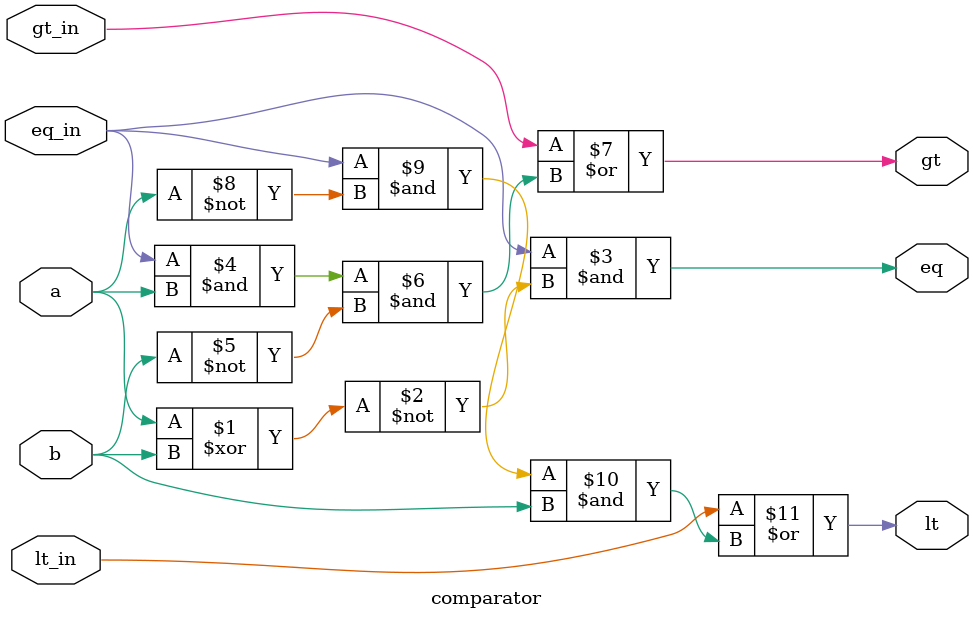
<source format=v>
`timescale 1ns / 1ps


module comparator(
        input wire eq_in,
        input wire gt_in,
        input wire lt_in,
        input wire a,
        input wire b,
        output wire eq,
        output wire gt,
        output wire lt
    );
    
    // could use < > = but I wanted to do it with and or not
    assign eq = eq_in & ~(a ^ b);
    assign gt = gt_in | (eq_in & a & ~b);
    assign lt = lt_in | (eq_in & ~a & b);
    
endmodule

</source>
